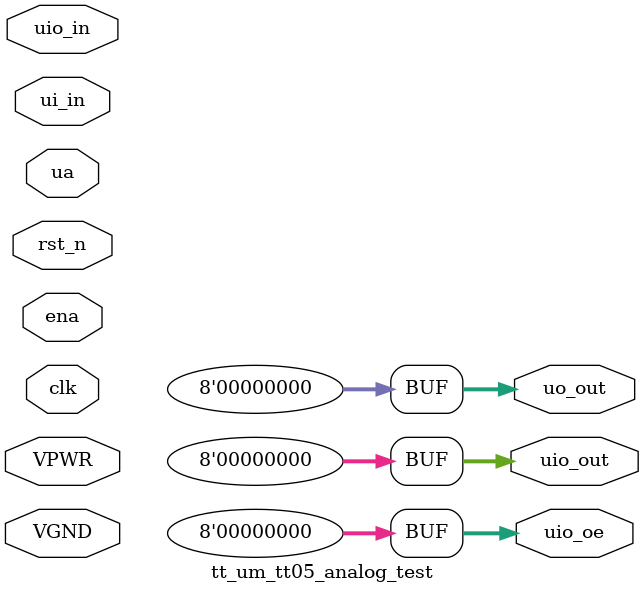
<source format=v>
module tt_um_tt05_analog_test(	// file.cleaned.mlir:2:3
  input        VGND,	// file.cleaned.mlir:2:40
               VPWR,	// file.cleaned.mlir:2:55
               clk,	// file.cleaned.mlir:2:70
               ena,	// file.cleaned.mlir:2:84
               rst_n,	// file.cleaned.mlir:2:98
  input  [7:0] ui_in,	// file.cleaned.mlir:2:114
               uio_in,	// file.cleaned.mlir:2:130
  inout  [7:0] ua,	// file.cleaned.mlir:2:150
  output [7:0] uio_oe,	// file.cleaned.mlir:2:164
               uio_out,	// file.cleaned.mlir:2:181
               uo_out	// file.cleaned.mlir:2:199
);

  assign uio_oe = 8'h0;	// file.cleaned.mlir:3:14, :4:5
  assign uio_out = 8'h0;	// file.cleaned.mlir:3:14, :4:5
  assign uo_out = 8'h0;	// file.cleaned.mlir:3:14, :4:5
endmodule


</source>
